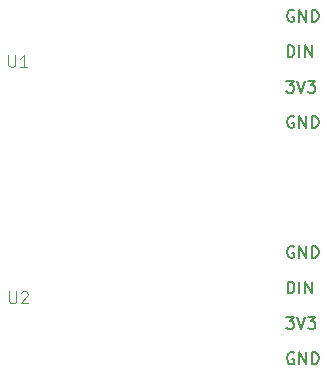
<source format=gbr>
%TF.GenerationSoftware,KiCad,Pcbnew,7.0.7*%
%TF.CreationDate,2023-10-21T18:00:54-07:00*%
%TF.ProjectId,DC32_Cnet_Badge_SAO,44433332-5f43-46e6-9574-5f4261646765,rev?*%
%TF.SameCoordinates,Original*%
%TF.FileFunction,Legend,Top*%
%TF.FilePolarity,Positive*%
%FSLAX46Y46*%
G04 Gerber Fmt 4.6, Leading zero omitted, Abs format (unit mm)*
G04 Created by KiCad (PCBNEW 7.0.7) date 2023-10-21 18:00:54*
%MOMM*%
%LPD*%
G01*
G04 APERTURE LIST*
%ADD10C,0.150000*%
%ADD11C,0.100000*%
G04 APERTURE END LIST*
D10*
X141860588Y-98917438D02*
X141765350Y-98869819D01*
X141765350Y-98869819D02*
X141622493Y-98869819D01*
X141622493Y-98869819D02*
X141479636Y-98917438D01*
X141479636Y-98917438D02*
X141384398Y-99012676D01*
X141384398Y-99012676D02*
X141336779Y-99107914D01*
X141336779Y-99107914D02*
X141289160Y-99298390D01*
X141289160Y-99298390D02*
X141289160Y-99441247D01*
X141289160Y-99441247D02*
X141336779Y-99631723D01*
X141336779Y-99631723D02*
X141384398Y-99726961D01*
X141384398Y-99726961D02*
X141479636Y-99822200D01*
X141479636Y-99822200D02*
X141622493Y-99869819D01*
X141622493Y-99869819D02*
X141717731Y-99869819D01*
X141717731Y-99869819D02*
X141860588Y-99822200D01*
X141860588Y-99822200D02*
X141908207Y-99774580D01*
X141908207Y-99774580D02*
X141908207Y-99441247D01*
X141908207Y-99441247D02*
X141717731Y-99441247D01*
X142336779Y-99869819D02*
X142336779Y-98869819D01*
X142336779Y-98869819D02*
X142908207Y-99869819D01*
X142908207Y-99869819D02*
X142908207Y-98869819D01*
X143384398Y-99869819D02*
X143384398Y-98869819D01*
X143384398Y-98869819D02*
X143622493Y-98869819D01*
X143622493Y-98869819D02*
X143765350Y-98917438D01*
X143765350Y-98917438D02*
X143860588Y-99012676D01*
X143860588Y-99012676D02*
X143908207Y-99107914D01*
X143908207Y-99107914D02*
X143955826Y-99298390D01*
X143955826Y-99298390D02*
X143955826Y-99441247D01*
X143955826Y-99441247D02*
X143908207Y-99631723D01*
X143908207Y-99631723D02*
X143860588Y-99726961D01*
X143860588Y-99726961D02*
X143765350Y-99822200D01*
X143765350Y-99822200D02*
X143622493Y-99869819D01*
X143622493Y-99869819D02*
X143384398Y-99869819D01*
X141241541Y-95869819D02*
X141860588Y-95869819D01*
X141860588Y-95869819D02*
X141527255Y-96250771D01*
X141527255Y-96250771D02*
X141670112Y-96250771D01*
X141670112Y-96250771D02*
X141765350Y-96298390D01*
X141765350Y-96298390D02*
X141812969Y-96346009D01*
X141812969Y-96346009D02*
X141860588Y-96441247D01*
X141860588Y-96441247D02*
X141860588Y-96679342D01*
X141860588Y-96679342D02*
X141812969Y-96774580D01*
X141812969Y-96774580D02*
X141765350Y-96822200D01*
X141765350Y-96822200D02*
X141670112Y-96869819D01*
X141670112Y-96869819D02*
X141384398Y-96869819D01*
X141384398Y-96869819D02*
X141289160Y-96822200D01*
X141289160Y-96822200D02*
X141241541Y-96774580D01*
X142146303Y-95869819D02*
X142479636Y-96869819D01*
X142479636Y-96869819D02*
X142812969Y-95869819D01*
X143051065Y-95869819D02*
X143670112Y-95869819D01*
X143670112Y-95869819D02*
X143336779Y-96250771D01*
X143336779Y-96250771D02*
X143479636Y-96250771D01*
X143479636Y-96250771D02*
X143574874Y-96298390D01*
X143574874Y-96298390D02*
X143622493Y-96346009D01*
X143622493Y-96346009D02*
X143670112Y-96441247D01*
X143670112Y-96441247D02*
X143670112Y-96679342D01*
X143670112Y-96679342D02*
X143622493Y-96774580D01*
X143622493Y-96774580D02*
X143574874Y-96822200D01*
X143574874Y-96822200D02*
X143479636Y-96869819D01*
X143479636Y-96869819D02*
X143193922Y-96869819D01*
X143193922Y-96869819D02*
X143098684Y-96822200D01*
X143098684Y-96822200D02*
X143051065Y-96774580D01*
X141336779Y-93869819D02*
X141336779Y-92869819D01*
X141336779Y-92869819D02*
X141574874Y-92869819D01*
X141574874Y-92869819D02*
X141717731Y-92917438D01*
X141717731Y-92917438D02*
X141812969Y-93012676D01*
X141812969Y-93012676D02*
X141860588Y-93107914D01*
X141860588Y-93107914D02*
X141908207Y-93298390D01*
X141908207Y-93298390D02*
X141908207Y-93441247D01*
X141908207Y-93441247D02*
X141860588Y-93631723D01*
X141860588Y-93631723D02*
X141812969Y-93726961D01*
X141812969Y-93726961D02*
X141717731Y-93822200D01*
X141717731Y-93822200D02*
X141574874Y-93869819D01*
X141574874Y-93869819D02*
X141336779Y-93869819D01*
X142336779Y-93869819D02*
X142336779Y-92869819D01*
X142812969Y-93869819D02*
X142812969Y-92869819D01*
X142812969Y-92869819D02*
X143384397Y-93869819D01*
X143384397Y-93869819D02*
X143384397Y-92869819D01*
X141860588Y-89917438D02*
X141765350Y-89869819D01*
X141765350Y-89869819D02*
X141622493Y-89869819D01*
X141622493Y-89869819D02*
X141479636Y-89917438D01*
X141479636Y-89917438D02*
X141384398Y-90012676D01*
X141384398Y-90012676D02*
X141336779Y-90107914D01*
X141336779Y-90107914D02*
X141289160Y-90298390D01*
X141289160Y-90298390D02*
X141289160Y-90441247D01*
X141289160Y-90441247D02*
X141336779Y-90631723D01*
X141336779Y-90631723D02*
X141384398Y-90726961D01*
X141384398Y-90726961D02*
X141479636Y-90822200D01*
X141479636Y-90822200D02*
X141622493Y-90869819D01*
X141622493Y-90869819D02*
X141717731Y-90869819D01*
X141717731Y-90869819D02*
X141860588Y-90822200D01*
X141860588Y-90822200D02*
X141908207Y-90774580D01*
X141908207Y-90774580D02*
X141908207Y-90441247D01*
X141908207Y-90441247D02*
X141717731Y-90441247D01*
X142336779Y-90869819D02*
X142336779Y-89869819D01*
X142336779Y-89869819D02*
X142908207Y-90869819D01*
X142908207Y-90869819D02*
X142908207Y-89869819D01*
X143384398Y-90869819D02*
X143384398Y-89869819D01*
X143384398Y-89869819D02*
X143622493Y-89869819D01*
X143622493Y-89869819D02*
X143765350Y-89917438D01*
X143765350Y-89917438D02*
X143860588Y-90012676D01*
X143860588Y-90012676D02*
X143908207Y-90107914D01*
X143908207Y-90107914D02*
X143955826Y-90298390D01*
X143955826Y-90298390D02*
X143955826Y-90441247D01*
X143955826Y-90441247D02*
X143908207Y-90631723D01*
X143908207Y-90631723D02*
X143860588Y-90726961D01*
X143860588Y-90726961D02*
X143765350Y-90822200D01*
X143765350Y-90822200D02*
X143622493Y-90869819D01*
X143622493Y-90869819D02*
X143384398Y-90869819D01*
X141860588Y-78917438D02*
X141765350Y-78869819D01*
X141765350Y-78869819D02*
X141622493Y-78869819D01*
X141622493Y-78869819D02*
X141479636Y-78917438D01*
X141479636Y-78917438D02*
X141384398Y-79012676D01*
X141384398Y-79012676D02*
X141336779Y-79107914D01*
X141336779Y-79107914D02*
X141289160Y-79298390D01*
X141289160Y-79298390D02*
X141289160Y-79441247D01*
X141289160Y-79441247D02*
X141336779Y-79631723D01*
X141336779Y-79631723D02*
X141384398Y-79726961D01*
X141384398Y-79726961D02*
X141479636Y-79822200D01*
X141479636Y-79822200D02*
X141622493Y-79869819D01*
X141622493Y-79869819D02*
X141717731Y-79869819D01*
X141717731Y-79869819D02*
X141860588Y-79822200D01*
X141860588Y-79822200D02*
X141908207Y-79774580D01*
X141908207Y-79774580D02*
X141908207Y-79441247D01*
X141908207Y-79441247D02*
X141717731Y-79441247D01*
X142336779Y-79869819D02*
X142336779Y-78869819D01*
X142336779Y-78869819D02*
X142908207Y-79869819D01*
X142908207Y-79869819D02*
X142908207Y-78869819D01*
X143384398Y-79869819D02*
X143384398Y-78869819D01*
X143384398Y-78869819D02*
X143622493Y-78869819D01*
X143622493Y-78869819D02*
X143765350Y-78917438D01*
X143765350Y-78917438D02*
X143860588Y-79012676D01*
X143860588Y-79012676D02*
X143908207Y-79107914D01*
X143908207Y-79107914D02*
X143955826Y-79298390D01*
X143955826Y-79298390D02*
X143955826Y-79441247D01*
X143955826Y-79441247D02*
X143908207Y-79631723D01*
X143908207Y-79631723D02*
X143860588Y-79726961D01*
X143860588Y-79726961D02*
X143765350Y-79822200D01*
X143765350Y-79822200D02*
X143622493Y-79869819D01*
X143622493Y-79869819D02*
X143384398Y-79869819D01*
X141241541Y-75869819D02*
X141860588Y-75869819D01*
X141860588Y-75869819D02*
X141527255Y-76250771D01*
X141527255Y-76250771D02*
X141670112Y-76250771D01*
X141670112Y-76250771D02*
X141765350Y-76298390D01*
X141765350Y-76298390D02*
X141812969Y-76346009D01*
X141812969Y-76346009D02*
X141860588Y-76441247D01*
X141860588Y-76441247D02*
X141860588Y-76679342D01*
X141860588Y-76679342D02*
X141812969Y-76774580D01*
X141812969Y-76774580D02*
X141765350Y-76822200D01*
X141765350Y-76822200D02*
X141670112Y-76869819D01*
X141670112Y-76869819D02*
X141384398Y-76869819D01*
X141384398Y-76869819D02*
X141289160Y-76822200D01*
X141289160Y-76822200D02*
X141241541Y-76774580D01*
X142146303Y-75869819D02*
X142479636Y-76869819D01*
X142479636Y-76869819D02*
X142812969Y-75869819D01*
X143051065Y-75869819D02*
X143670112Y-75869819D01*
X143670112Y-75869819D02*
X143336779Y-76250771D01*
X143336779Y-76250771D02*
X143479636Y-76250771D01*
X143479636Y-76250771D02*
X143574874Y-76298390D01*
X143574874Y-76298390D02*
X143622493Y-76346009D01*
X143622493Y-76346009D02*
X143670112Y-76441247D01*
X143670112Y-76441247D02*
X143670112Y-76679342D01*
X143670112Y-76679342D02*
X143622493Y-76774580D01*
X143622493Y-76774580D02*
X143574874Y-76822200D01*
X143574874Y-76822200D02*
X143479636Y-76869819D01*
X143479636Y-76869819D02*
X143193922Y-76869819D01*
X143193922Y-76869819D02*
X143098684Y-76822200D01*
X143098684Y-76822200D02*
X143051065Y-76774580D01*
X141336779Y-73869819D02*
X141336779Y-72869819D01*
X141336779Y-72869819D02*
X141574874Y-72869819D01*
X141574874Y-72869819D02*
X141717731Y-72917438D01*
X141717731Y-72917438D02*
X141812969Y-73012676D01*
X141812969Y-73012676D02*
X141860588Y-73107914D01*
X141860588Y-73107914D02*
X141908207Y-73298390D01*
X141908207Y-73298390D02*
X141908207Y-73441247D01*
X141908207Y-73441247D02*
X141860588Y-73631723D01*
X141860588Y-73631723D02*
X141812969Y-73726961D01*
X141812969Y-73726961D02*
X141717731Y-73822200D01*
X141717731Y-73822200D02*
X141574874Y-73869819D01*
X141574874Y-73869819D02*
X141336779Y-73869819D01*
X142336779Y-73869819D02*
X142336779Y-72869819D01*
X142812969Y-73869819D02*
X142812969Y-72869819D01*
X142812969Y-72869819D02*
X143384397Y-73869819D01*
X143384397Y-73869819D02*
X143384397Y-72869819D01*
X141860588Y-69917438D02*
X141765350Y-69869819D01*
X141765350Y-69869819D02*
X141622493Y-69869819D01*
X141622493Y-69869819D02*
X141479636Y-69917438D01*
X141479636Y-69917438D02*
X141384398Y-70012676D01*
X141384398Y-70012676D02*
X141336779Y-70107914D01*
X141336779Y-70107914D02*
X141289160Y-70298390D01*
X141289160Y-70298390D02*
X141289160Y-70441247D01*
X141289160Y-70441247D02*
X141336779Y-70631723D01*
X141336779Y-70631723D02*
X141384398Y-70726961D01*
X141384398Y-70726961D02*
X141479636Y-70822200D01*
X141479636Y-70822200D02*
X141622493Y-70869819D01*
X141622493Y-70869819D02*
X141717731Y-70869819D01*
X141717731Y-70869819D02*
X141860588Y-70822200D01*
X141860588Y-70822200D02*
X141908207Y-70774580D01*
X141908207Y-70774580D02*
X141908207Y-70441247D01*
X141908207Y-70441247D02*
X141717731Y-70441247D01*
X142336779Y-70869819D02*
X142336779Y-69869819D01*
X142336779Y-69869819D02*
X142908207Y-70869819D01*
X142908207Y-70869819D02*
X142908207Y-69869819D01*
X143384398Y-70869819D02*
X143384398Y-69869819D01*
X143384398Y-69869819D02*
X143622493Y-69869819D01*
X143622493Y-69869819D02*
X143765350Y-69917438D01*
X143765350Y-69917438D02*
X143860588Y-70012676D01*
X143860588Y-70012676D02*
X143908207Y-70107914D01*
X143908207Y-70107914D02*
X143955826Y-70298390D01*
X143955826Y-70298390D02*
X143955826Y-70441247D01*
X143955826Y-70441247D02*
X143908207Y-70631723D01*
X143908207Y-70631723D02*
X143860588Y-70726961D01*
X143860588Y-70726961D02*
X143765350Y-70822200D01*
X143765350Y-70822200D02*
X143622493Y-70869819D01*
X143622493Y-70869819D02*
X143384398Y-70869819D01*
D11*
X117778095Y-93707419D02*
X117778095Y-94516942D01*
X117778095Y-94516942D02*
X117825714Y-94612180D01*
X117825714Y-94612180D02*
X117873333Y-94659800D01*
X117873333Y-94659800D02*
X117968571Y-94707419D01*
X117968571Y-94707419D02*
X118159047Y-94707419D01*
X118159047Y-94707419D02*
X118254285Y-94659800D01*
X118254285Y-94659800D02*
X118301904Y-94612180D01*
X118301904Y-94612180D02*
X118349523Y-94516942D01*
X118349523Y-94516942D02*
X118349523Y-93707419D01*
X118778095Y-93802657D02*
X118825714Y-93755038D01*
X118825714Y-93755038D02*
X118920952Y-93707419D01*
X118920952Y-93707419D02*
X119159047Y-93707419D01*
X119159047Y-93707419D02*
X119254285Y-93755038D01*
X119254285Y-93755038D02*
X119301904Y-93802657D01*
X119301904Y-93802657D02*
X119349523Y-93897895D01*
X119349523Y-93897895D02*
X119349523Y-93993133D01*
X119349523Y-93993133D02*
X119301904Y-94135990D01*
X119301904Y-94135990D02*
X118730476Y-94707419D01*
X118730476Y-94707419D02*
X119349523Y-94707419D01*
X117698095Y-73707419D02*
X117698095Y-74516942D01*
X117698095Y-74516942D02*
X117745714Y-74612180D01*
X117745714Y-74612180D02*
X117793333Y-74659800D01*
X117793333Y-74659800D02*
X117888571Y-74707419D01*
X117888571Y-74707419D02*
X118079047Y-74707419D01*
X118079047Y-74707419D02*
X118174285Y-74659800D01*
X118174285Y-74659800D02*
X118221904Y-74612180D01*
X118221904Y-74612180D02*
X118269523Y-74516942D01*
X118269523Y-74516942D02*
X118269523Y-73707419D01*
X119269523Y-74707419D02*
X118698095Y-74707419D01*
X118983809Y-74707419D02*
X118983809Y-73707419D01*
X118983809Y-73707419D02*
X118888571Y-73850276D01*
X118888571Y-73850276D02*
X118793333Y-73945514D01*
X118793333Y-73945514D02*
X118698095Y-73993133D01*
M02*

</source>
